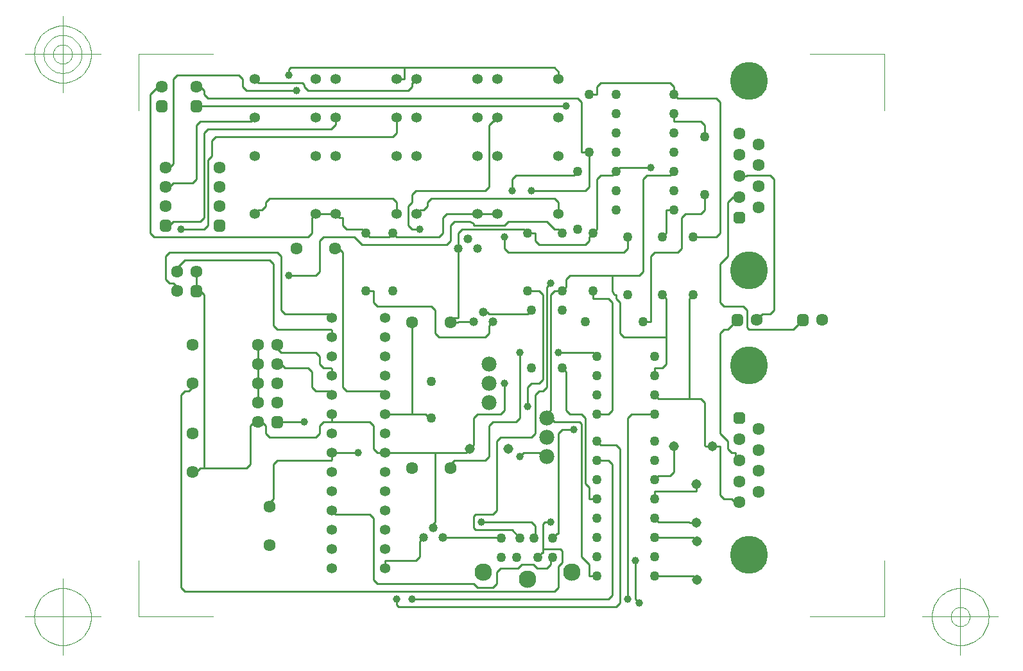
<source format=gbr>
G04 Generated by Ultiboard *
%FSLAX25Y25*%
%MOIN*%

%ADD14C,0.01000*%
%ADD13C,0.00394*%
%ADD15C,0.03937*%
%ADD23C,0.05000*%
%ADD26C,0.05337*%
%ADD19C,0.07834*%
%ADD16C,0.04943*%
%ADD17C,0.09055*%
%ADD18C,0.06334*%
%ADD24R,0.02083X0.02083*%
%ADD25C,0.03917*%
%ADD27C,0.04666*%
%ADD28C,0.05166*%
%ADD20C,0.19666*%
%ADD21R,0.02667X0.02667*%
%ADD22C,0.03333*%


%LNCopper Top*%
%LPD*%
%FSLAX25Y25*%
%MOIN*%
G54D14*
X260000Y122000D02*
X68000Y122000D01*
X260000Y326000D02*
X196000Y326000D01*
X251307Y139906D02*
X253402Y142000D01*
X253402Y142000D02*
X254000Y142000D01*
X254000Y192000D02*
X252000Y194000D01*
X252000Y194000D02*
X244000Y194000D01*
X270000Y338000D02*
X240000Y338000D01*
X292000Y114000D02*
X179000Y114000D01*
X276000Y302000D02*
X252000Y302000D01*
X252000Y302000D02*
X250000Y304000D01*
X246000Y278000D02*
X252000Y278000D01*
X252000Y278000D02*
X254000Y276000D01*
X254000Y232000D02*
X252000Y230000D01*
X252000Y230000D02*
X248000Y230000D01*
X288000Y118000D02*
X186000Y118000D01*
X272000Y378000D02*
X80000Y378000D01*
X256000Y314000D02*
X236000Y314000D01*
X296000Y298000D02*
X236000Y298000D01*
X276000Y330000D02*
X248000Y330000D01*
X250000Y224000D02*
X252000Y226000D01*
X252000Y226000D02*
X254000Y226000D01*
X260000Y394000D02*
X182000Y394000D01*
X256000Y134000D02*
X251000Y134000D01*
X251000Y134000D02*
X249000Y136000D01*
X266000Y374000D02*
X74000Y374000D01*
X78000Y186000D02*
X78000Y276000D01*
X150000Y228000D02*
X150000Y298000D01*
X186000Y261953D02*
X186000Y214000D01*
X136000Y246000D02*
X118000Y246000D01*
X130000Y210000D02*
X116000Y210000D01*
X132000Y238000D02*
X120000Y238000D01*
X144000Y190000D02*
X116000Y190000D01*
X136000Y202000D02*
X112000Y202000D01*
X66000Y124000D02*
X66000Y224000D01*
X68000Y122000D02*
X66000Y124000D01*
X116000Y190000D02*
X114000Y188000D01*
X114000Y188000D02*
X114000Y170000D01*
X102000Y208000D02*
X102000Y188000D01*
X102000Y188000D02*
X100000Y186000D01*
X100000Y186000D02*
X76000Y186000D01*
X76000Y186000D02*
X74000Y184000D01*
X74000Y184000D02*
X72000Y184000D01*
X114000Y170000D02*
X112000Y168000D01*
X112000Y168000D02*
X112000Y166000D01*
X66000Y224000D02*
X68000Y226000D01*
X68000Y226000D02*
X70000Y226000D01*
X70000Y226000D02*
X72000Y228000D01*
X72000Y228000D02*
X72000Y230000D01*
X106000Y230000D02*
X106000Y220000D01*
X112000Y202000D02*
X110000Y204000D01*
X110000Y204000D02*
X110000Y208000D01*
X110000Y208000D02*
X108000Y210000D01*
X108000Y210000D02*
X106000Y210000D01*
X106000Y210000D02*
X104000Y210000D01*
X104000Y210000D02*
X102000Y208000D01*
X106000Y240000D02*
X106000Y230000D01*
X106000Y250000D02*
X106000Y240000D01*
X118000Y246000D02*
X116000Y248000D01*
X116000Y248000D02*
X116000Y250000D01*
X120000Y238000D02*
X118000Y240000D01*
X118000Y240000D02*
X116000Y240000D01*
X230000Y132000D02*
X230000Y126000D01*
X230000Y126000D02*
X228000Y124000D01*
X220000Y124000D02*
X218000Y126000D01*
X218000Y126000D02*
X168000Y126000D01*
X168000Y126000D02*
X166000Y128000D01*
X179000Y114000D02*
X178000Y115000D01*
X178000Y115000D02*
X178000Y118000D01*
X228000Y124000D02*
X220000Y124000D01*
X192000Y150000D02*
X190000Y148000D01*
X190000Y148000D02*
X190000Y140000D01*
X190000Y140000D02*
X188000Y138000D01*
X188000Y138000D02*
X172000Y138000D01*
X198000Y194000D02*
X172000Y194000D01*
X193000Y214000D02*
X172000Y214000D01*
X144441Y194000D02*
X144441Y190441D01*
X144441Y190441D02*
X144000Y190000D01*
X164000Y162000D02*
X146000Y162000D01*
X146000Y162000D02*
X146000Y162441D01*
X146000Y162441D02*
X144441Y164000D01*
X166000Y128000D02*
X166000Y160000D01*
X172000Y138000D02*
X172000Y134000D01*
X166000Y160000D02*
X164000Y162000D01*
X158000Y194000D02*
X144441Y194000D01*
X164000Y210000D02*
X144441Y210000D01*
X170000Y226000D02*
X152000Y226000D01*
X144000Y210000D02*
X140000Y210000D01*
X138000Y208000D02*
X138000Y204000D01*
X138000Y204000D02*
X136000Y202000D01*
X140000Y210000D02*
X138000Y208000D01*
X144441Y214000D02*
X144441Y210441D01*
X144441Y210441D02*
X144000Y210000D01*
X144441Y210000D02*
X144441Y214000D01*
X144000Y238000D02*
X140000Y238000D01*
X144441Y224000D02*
X142441Y226000D01*
X142441Y226000D02*
X136000Y226000D01*
X134000Y228000D02*
X134000Y236000D01*
X134000Y236000D02*
X132000Y238000D01*
X136000Y226000D02*
X134000Y228000D01*
X140000Y238000D02*
X138000Y240000D01*
X138000Y240000D02*
X138000Y244000D01*
X138000Y244000D02*
X136000Y246000D01*
X144441Y234000D02*
X144441Y237559D01*
X144441Y237559D02*
X144000Y238000D01*
X152000Y226000D02*
X150000Y228000D01*
X172000Y194000D02*
X168000Y194000D01*
X166000Y196000D02*
X166000Y208000D01*
X168000Y194000D02*
X166000Y196000D01*
X166000Y208000D02*
X164000Y210000D01*
X172000Y224000D02*
X170000Y226000D01*
X198000Y194000D02*
X198000Y158000D01*
X226000Y192000D02*
X224000Y190000D01*
X224000Y190000D02*
X208000Y190000D01*
X208000Y190000D02*
X206000Y188000D01*
X206000Y188000D02*
X206000Y186000D01*
X230000Y164000D02*
X230000Y200000D01*
X230000Y150000D02*
X202000Y150000D01*
X238000Y154000D02*
X219000Y154000D01*
X219000Y154000D02*
X218000Y155000D01*
X218000Y161000D02*
X219000Y162000D01*
X219000Y162000D02*
X228000Y162000D01*
X198000Y158000D02*
X197000Y157000D01*
X197000Y157000D02*
X197000Y155000D01*
X218000Y155000D02*
X218000Y161000D01*
X250000Y152000D02*
X250000Y156000D01*
X250000Y156000D02*
X248000Y158000D01*
X248000Y158000D02*
X222000Y158000D01*
X241000Y134000D02*
X232000Y134000D01*
X232000Y134000D02*
X230000Y132000D01*
X232409Y149748D02*
X230252Y149748D01*
X230252Y149748D02*
X230000Y150000D01*
X249000Y136000D02*
X243000Y136000D01*
X243000Y136000D02*
X241000Y134000D01*
X249339Y149748D02*
X249339Y151339D01*
X249339Y151339D02*
X250000Y152000D01*
X242252Y149748D02*
X238000Y154000D01*
X228000Y162000D02*
X230000Y164000D01*
X232000Y214000D02*
X220000Y214000D01*
X220000Y214000D02*
X218000Y212000D01*
X214000Y194000D02*
X198000Y194000D01*
X196000Y212000D02*
X194000Y213000D01*
X194000Y213000D02*
X193000Y214000D01*
X218000Y212000D02*
X218000Y198000D01*
X216000Y196000D02*
X214000Y194000D01*
X218000Y198000D02*
X216000Y196000D01*
X242000Y246000D02*
X242000Y212000D01*
X234000Y230000D02*
X234000Y216000D01*
X246000Y228000D02*
X246000Y218000D01*
X250000Y204000D02*
X250000Y224000D01*
X240000Y210000D02*
X228000Y210000D01*
X232000Y202000D02*
X248000Y202000D01*
X226000Y208000D02*
X226000Y192000D01*
X230000Y200000D02*
X232000Y202000D01*
X228000Y210000D02*
X226000Y208000D01*
X234000Y216000D02*
X232000Y214000D01*
X248000Y202000D02*
X250000Y204000D01*
X244000Y194000D02*
X242000Y192000D01*
X242000Y212000D02*
X240000Y210000D01*
X248000Y230000D02*
X246000Y228000D01*
X126000Y382000D02*
X100000Y382000D01*
X132000Y306000D02*
X52000Y306000D01*
X176000Y358000D02*
X84000Y358000D01*
X144000Y258000D02*
X116000Y258000D01*
X176000Y326000D02*
X112000Y326000D01*
X129000Y386000D02*
X106567Y386000D01*
X182000Y394000D02*
X123000Y394000D01*
X144000Y362000D02*
X80000Y362000D01*
X136000Y286000D02*
X122000Y286000D01*
X142441Y266000D02*
X120000Y266000D01*
X62000Y388000D02*
X62000Y344000D01*
X50000Y308000D02*
X50000Y380000D01*
X80000Y378000D02*
X78000Y380000D01*
X62000Y344000D02*
X60000Y342000D01*
X72000Y334000D02*
X62000Y334000D01*
X62000Y334000D02*
X60000Y332000D01*
X68000Y294000D02*
X64000Y290000D01*
X64000Y290000D02*
X64000Y288000D01*
X76000Y314000D02*
X62000Y314000D01*
X62000Y314000D02*
X60000Y312000D01*
X116000Y298000D02*
X60000Y298000D01*
X60000Y282000D02*
X62000Y282000D01*
X62000Y282000D02*
X64000Y280000D01*
X64000Y280000D02*
X64000Y278000D01*
X58000Y296000D02*
X58000Y284000D01*
X58000Y284000D02*
X60000Y282000D01*
X60000Y298000D02*
X58000Y296000D01*
X52000Y306000D02*
X50000Y308000D01*
X60000Y312000D02*
X58000Y312000D01*
X60000Y332000D02*
X58000Y332000D01*
X60000Y342000D02*
X58000Y342000D01*
X80000Y346000D02*
X80000Y312000D01*
X78000Y360000D02*
X78000Y316000D01*
X78000Y316000D02*
X76000Y314000D01*
X112000Y294000D02*
X68000Y294000D01*
X74000Y288000D02*
X74000Y278000D01*
X78000Y276000D02*
X76000Y278000D01*
X76000Y278000D02*
X74000Y278000D01*
X80000Y312000D02*
X78000Y310000D01*
X78000Y310000D02*
X66000Y310000D01*
X114000Y260000D02*
X114000Y292000D01*
X118000Y268000D02*
X118000Y296000D01*
X120000Y266000D02*
X118000Y268000D01*
X116000Y258000D02*
X114000Y260000D01*
X118000Y296000D02*
X116000Y298000D01*
X114000Y292000D02*
X112000Y294000D01*
X102567Y366000D02*
X76000Y366000D01*
X74000Y364000D02*
X74000Y336000D01*
X82000Y348000D02*
X80000Y346000D01*
X74000Y336000D02*
X72000Y334000D01*
X80000Y362000D02*
X78000Y360000D01*
X76000Y366000D02*
X74000Y364000D01*
X84000Y358000D02*
X82000Y356000D01*
X82000Y356000D02*
X82000Y348000D01*
X112000Y326000D02*
X110000Y324000D01*
X110000Y324000D02*
X110000Y322000D01*
X110000Y322000D02*
X108000Y320000D01*
X108000Y320000D02*
X106567Y320000D01*
X106567Y320000D02*
X104567Y318000D01*
X104567Y368000D02*
X102567Y366000D01*
X96000Y390000D02*
X64000Y390000D01*
X64000Y390000D02*
X62000Y388000D01*
X50000Y380000D02*
X54000Y384000D01*
X54000Y384000D02*
X56000Y384000D01*
X78000Y380000D02*
X78000Y382000D01*
X78000Y382000D02*
X76000Y384000D01*
X76000Y384000D02*
X74000Y384000D01*
X100000Y382000D02*
X98000Y384000D01*
X98000Y384000D02*
X98000Y388000D01*
X98000Y388000D02*
X96000Y390000D01*
X106567Y386000D02*
X104567Y388000D01*
X123000Y394000D02*
X122000Y393000D01*
X122000Y393000D02*
X122000Y390000D01*
X190000Y310000D02*
X186000Y310000D01*
X186000Y328000D02*
X188000Y330000D01*
X188000Y330000D02*
X224000Y330000D01*
X190567Y320000D02*
X188567Y318000D01*
X200000Y306000D02*
X178000Y306000D01*
X196000Y270000D02*
X168000Y270000D01*
X204000Y302000D02*
X160000Y302000D01*
X184000Y312000D02*
X184000Y322000D01*
X136063Y318000D02*
X134063Y316000D01*
X134063Y316000D02*
X134000Y316000D01*
X134000Y316000D02*
X134000Y308000D01*
X150000Y312000D02*
X150000Y316000D01*
X150000Y316000D02*
X148567Y316000D01*
X148567Y316000D02*
X146567Y318000D01*
X160000Y310000D02*
X152000Y310000D01*
X160000Y302000D02*
X156000Y306000D01*
X156000Y306000D02*
X140000Y306000D01*
X144441Y264000D02*
X142441Y266000D01*
X144441Y254000D02*
X144441Y257559D01*
X144441Y257559D02*
X144000Y258000D01*
X138000Y304000D02*
X138000Y288000D01*
X138000Y288000D02*
X136000Y286000D01*
X134000Y308000D02*
X132000Y306000D01*
X140000Y306000D02*
X138000Y304000D01*
X150000Y298000D02*
X148000Y300000D01*
X148000Y300000D02*
X146000Y300000D01*
X152000Y310000D02*
X150000Y312000D01*
X168000Y270000D02*
X166000Y272000D01*
X166000Y272000D02*
X166000Y278000D01*
X166000Y278000D02*
X162000Y278000D01*
X186004Y261953D02*
X186000Y261953D01*
X176000Y308000D02*
X174000Y306000D01*
X174000Y306000D02*
X164000Y306000D01*
X164000Y306000D02*
X162000Y308000D01*
X162000Y308000D02*
X160000Y310000D01*
X186000Y310000D02*
X184000Y312000D01*
X178000Y306000D02*
X176000Y308000D01*
X146567Y318000D02*
X136063Y318000D01*
X146567Y364567D02*
X144000Y362000D01*
X146567Y368000D02*
X146567Y364567D01*
X184000Y322000D02*
X186000Y324000D01*
X186000Y324000D02*
X186000Y328000D01*
X178063Y318000D02*
X178063Y321937D01*
X178063Y321937D02*
X178000Y322000D01*
X178000Y322000D02*
X178000Y324000D01*
X178000Y324000D02*
X176000Y326000D01*
X178000Y364000D02*
X178000Y360000D01*
X178000Y360000D02*
X176000Y358000D01*
X178063Y368000D02*
X178063Y364063D01*
X178063Y364063D02*
X178000Y364000D01*
X204000Y318000D02*
X202000Y316000D01*
X202000Y316000D02*
X202000Y308000D01*
X236000Y314000D02*
X234000Y312000D01*
X218000Y313000D02*
X216000Y314000D01*
X216000Y314000D02*
X208000Y314000D01*
X208000Y314000D02*
X206000Y312000D01*
X224000Y254000D02*
X200000Y254000D01*
X244000Y310000D02*
X212000Y310000D01*
X234000Y312000D02*
X219000Y312000D01*
X219000Y312000D02*
X218000Y312000D01*
X210000Y264000D02*
X210000Y300000D01*
X206004Y261953D02*
X208051Y264000D01*
X209953Y261953D02*
X206004Y261953D01*
X198000Y256000D02*
X198000Y268000D01*
X198000Y268000D02*
X196000Y270000D01*
X200000Y254000D02*
X198000Y256000D01*
X208051Y264000D02*
X210000Y264000D01*
X218000Y262000D02*
X210000Y262000D01*
X210000Y262000D02*
X209953Y261953D01*
X206000Y312000D02*
X206000Y304000D01*
X206000Y304000D02*
X204000Y302000D01*
X202000Y308000D02*
X200000Y306000D01*
X210000Y308000D02*
X210000Y300000D01*
X212000Y310000D02*
X210000Y308000D01*
X218000Y312000D02*
X218000Y313000D01*
X246000Y266000D02*
X226000Y266000D01*
X226000Y266000D02*
X225000Y267000D01*
X225000Y267000D02*
X223000Y267000D01*
X228000Y262000D02*
X226000Y260000D01*
X226000Y260000D02*
X226000Y256000D01*
X226000Y256000D02*
X224000Y254000D01*
X248000Y268000D02*
X246000Y266000D01*
X236000Y298000D02*
X234000Y300000D01*
X234000Y300000D02*
X234000Y306000D01*
X250000Y304000D02*
X250000Y308000D01*
X250000Y308000D02*
X246000Y308000D01*
X246000Y308000D02*
X244000Y310000D01*
X220063Y318000D02*
X204000Y318000D01*
X230567Y318000D02*
X220063Y318000D01*
X196000Y326000D02*
X194000Y324000D01*
X194000Y324000D02*
X194000Y322000D01*
X194000Y322000D02*
X192000Y320000D01*
X192000Y320000D02*
X190567Y320000D01*
X226000Y332000D02*
X226000Y364000D01*
X224000Y330000D02*
X226000Y332000D01*
X238000Y336000D02*
X238000Y330000D01*
X240000Y338000D02*
X238000Y336000D01*
X226000Y364000D02*
X228000Y366000D01*
X228000Y366000D02*
X228567Y366000D01*
X228567Y366000D02*
X230567Y368000D01*
X188567Y388000D02*
X186567Y386000D01*
X184000Y382000D02*
X132000Y382000D01*
X132000Y382000D02*
X130000Y384000D01*
X130000Y384000D02*
X130000Y385000D01*
X130000Y385000D02*
X129000Y386000D01*
X182000Y394000D02*
X182000Y388000D01*
X186567Y386000D02*
X186000Y386000D01*
X186000Y386000D02*
X186000Y384000D01*
X186000Y384000D02*
X184000Y382000D01*
X182000Y388000D02*
X178063Y388000D01*
X290000Y216000D02*
X290000Y272000D01*
X330000Y274000D02*
X330000Y222000D01*
X258000Y276000D02*
X258000Y216000D01*
X318000Y274000D02*
X318000Y240000D01*
X254000Y276000D02*
X254000Y232000D01*
X256000Y228000D02*
X256000Y280000D01*
X346000Y204000D02*
X346000Y256000D01*
X262000Y135000D02*
X262000Y124000D01*
X298000Y212000D02*
X298000Y118000D01*
X294000Y196000D02*
X294000Y116000D01*
X302000Y138000D02*
X302000Y118000D01*
X290000Y188000D02*
X290000Y120000D01*
X262000Y124000D02*
X260000Y122000D01*
X294000Y116000D02*
X292000Y114000D01*
X290000Y120000D02*
X288000Y118000D01*
X302000Y118000D02*
X304000Y116000D01*
X332000Y130000D02*
X312000Y130000D01*
X336000Y222000D02*
X314000Y222000D01*
X314000Y222000D02*
X312000Y224000D01*
X318000Y240000D02*
X316000Y238000D01*
X316000Y238000D02*
X312000Y238000D01*
X330000Y158000D02*
X314000Y158000D01*
X314000Y158000D02*
X312000Y160000D01*
X320000Y182000D02*
X314000Y182000D01*
X314000Y182000D02*
X312000Y180000D01*
X332000Y150000D02*
X312000Y150000D01*
X333803Y174000D02*
X312000Y174000D01*
X274000Y140000D02*
X274000Y209000D01*
X276000Y178000D02*
X276000Y212000D01*
X282000Y190000D02*
X288000Y190000D01*
X288000Y190000D02*
X290000Y188000D01*
X262000Y204000D02*
X262000Y152000D01*
X282000Y130000D02*
X278000Y130000D01*
X282000Y170000D02*
X278000Y170000D01*
X254000Y142000D02*
X254000Y157000D01*
X254000Y157000D02*
X255000Y158000D01*
X255000Y158000D02*
X258000Y158000D01*
X263000Y144000D02*
X264000Y143000D01*
X264000Y143000D02*
X264000Y137000D01*
X264000Y137000D02*
X262000Y135000D01*
X259181Y139906D02*
X258000Y138724D01*
X258000Y138724D02*
X258000Y136000D01*
X258000Y136000D02*
X256000Y134000D01*
X254000Y144000D02*
X263000Y144000D01*
X262000Y152000D02*
X261433Y152000D01*
X261433Y152000D02*
X259181Y149748D01*
X278000Y130000D02*
X278000Y136000D01*
X278000Y136000D02*
X274000Y140000D01*
X278000Y170000D02*
X278000Y176000D01*
X278000Y176000D02*
X276000Y178000D01*
X312000Y174000D02*
X312000Y170000D01*
X282000Y214000D02*
X288000Y214000D01*
X282000Y200000D02*
X284000Y198000D01*
X284000Y198000D02*
X292000Y198000D01*
X282000Y244000D02*
X280000Y246000D01*
X266000Y216000D02*
X266000Y236000D01*
X273000Y210000D02*
X260000Y210000D01*
X274000Y214000D02*
X268000Y214000D01*
X268000Y214000D02*
X266000Y216000D01*
X270000Y206000D02*
X264000Y206000D01*
X264000Y206000D02*
X262000Y204000D01*
X256000Y192000D02*
X254000Y192000D01*
X258000Y216000D02*
X256000Y214000D01*
X256000Y214000D02*
X256000Y212000D01*
X260000Y210000D02*
X258000Y212000D01*
X258000Y212000D02*
X256000Y212000D01*
X274000Y209000D02*
X273000Y210000D01*
X276000Y212000D02*
X274000Y214000D01*
X280000Y246000D02*
X262000Y246000D01*
X266000Y236000D02*
X264000Y238000D01*
X254000Y226000D02*
X256000Y228000D01*
X312000Y214000D02*
X300000Y214000D01*
X300000Y214000D02*
X298000Y212000D01*
X292000Y198000D02*
X294000Y196000D01*
X288000Y214000D02*
X290000Y216000D01*
X312000Y238000D02*
X312000Y234000D01*
X346000Y172000D02*
X346000Y197606D01*
X322000Y197606D02*
X322000Y184000D01*
X356000Y190167D02*
X354000Y192167D01*
X348000Y170000D02*
X346000Y172000D01*
X333803Y157803D02*
X330197Y157803D01*
X330197Y157803D02*
X330000Y158000D01*
X334000Y128000D02*
X332000Y130000D01*
X334000Y148000D02*
X332000Y150000D01*
X322000Y184000D02*
X320000Y182000D01*
X333803Y177803D02*
X333803Y174000D01*
X356000Y168333D02*
X353667Y168333D01*
X353667Y168333D02*
X352000Y170000D01*
X352000Y170000D02*
X348000Y170000D01*
X346000Y197606D02*
X342000Y197606D01*
X350000Y200000D02*
X346000Y204000D01*
X338000Y198000D02*
X338000Y220000D01*
X338000Y220000D02*
X336000Y222000D01*
X342000Y197606D02*
X338394Y197606D01*
X338394Y197606D02*
X338000Y198000D01*
X354000Y192167D02*
X354000Y194000D01*
X354000Y194000D02*
X352000Y194000D01*
X352000Y194000D02*
X350000Y196000D01*
X350000Y196000D02*
X350000Y200000D01*
X384000Y258000D02*
X361000Y258000D01*
X346000Y376000D02*
X344000Y378000D01*
X344000Y378000D02*
X324000Y378000D01*
X324000Y378000D02*
X322000Y380000D01*
X274000Y376000D02*
X272000Y378000D01*
X324000Y298000D02*
X312000Y298000D01*
X316000Y276000D02*
X318000Y274000D01*
X318000Y254000D02*
X296000Y254000D01*
X320000Y338000D02*
X308000Y338000D01*
X318000Y308000D02*
X316000Y306000D01*
X282000Y336000D02*
X282000Y310000D01*
X306000Y336000D02*
X306000Y288000D01*
X260000Y310000D02*
X256000Y314000D01*
X288000Y274000D02*
X280000Y274000D01*
X282000Y310000D02*
X280000Y308000D01*
X290000Y286000D02*
X268000Y286000D01*
X268000Y286000D02*
X266000Y284000D01*
X266000Y284000D02*
X266000Y280000D01*
X256000Y280000D02*
X258000Y282000D01*
X264000Y278000D02*
X260000Y278000D01*
X260000Y278000D02*
X258000Y276000D01*
X266000Y280000D02*
X264000Y278000D01*
X280000Y274000D02*
X280000Y278000D01*
X264000Y308000D02*
X262000Y310000D01*
X262000Y310000D02*
X260000Y310000D01*
X280000Y308000D02*
X278000Y306000D01*
X278000Y306000D02*
X278000Y304000D01*
X278000Y304000D02*
X276000Y302000D01*
X310000Y296000D02*
X310000Y262000D01*
X290000Y278000D02*
X290000Y286000D01*
X294000Y256000D02*
X294000Y272000D01*
X296000Y254000D02*
X294000Y256000D01*
X290000Y272000D02*
X288000Y274000D01*
X294000Y272000D02*
X292000Y274000D01*
X292000Y274000D02*
X292000Y275000D01*
X292000Y275000D02*
X292000Y276000D01*
X292000Y276000D02*
X291000Y276000D01*
X291000Y276000D02*
X290000Y278000D01*
X310000Y262000D02*
X306000Y262000D01*
X304000Y286000D02*
X290000Y286000D01*
X298000Y306000D02*
X298000Y300000D01*
X298000Y300000D02*
X296000Y298000D01*
X312000Y298000D02*
X310000Y296000D01*
X306000Y288000D02*
X304000Y286000D01*
X290000Y338000D02*
X284000Y338000D01*
X284000Y338000D02*
X282000Y336000D01*
X278000Y350000D02*
X278000Y332000D01*
X262063Y318000D02*
X262063Y321937D01*
X262063Y321937D02*
X262000Y322000D01*
X262000Y322000D02*
X262000Y324000D01*
X262000Y324000D02*
X260000Y326000D01*
X278000Y332000D02*
X276000Y330000D01*
X272000Y340000D02*
X270000Y338000D01*
X274000Y350000D02*
X274000Y376000D01*
X278000Y350000D02*
X274000Y350000D01*
X310000Y342000D02*
X294000Y342000D01*
X292000Y340000D02*
X290000Y338000D01*
X294000Y342000D02*
X292000Y340000D01*
X308000Y338000D02*
X306000Y336000D01*
X328000Y318000D02*
X326000Y316000D01*
X326000Y316000D02*
X326000Y300000D01*
X374000Y268000D02*
X374000Y336000D01*
X350000Y296000D02*
X350000Y324000D01*
X346000Y308000D02*
X346000Y376000D01*
X318000Y320000D02*
X318000Y308000D01*
X348000Y270000D02*
X346000Y272000D01*
X346000Y272000D02*
X346000Y292000D01*
X346000Y292000D02*
X350000Y296000D01*
X344000Y306000D02*
X346000Y308000D01*
X346000Y256000D02*
X348000Y258000D01*
X332000Y276000D02*
X330000Y274000D01*
X332000Y306000D02*
X344000Y306000D01*
X326000Y300000D02*
X324000Y298000D01*
X361000Y258000D02*
X360000Y259000D01*
X360000Y259000D02*
X360000Y268000D01*
X360000Y268000D02*
X358000Y270000D01*
X348000Y258000D02*
X350000Y258000D01*
X350000Y258000D02*
X352000Y260000D01*
X352000Y260000D02*
X355000Y263000D01*
X358000Y270000D02*
X348000Y270000D01*
X372000Y266000D02*
X374000Y268000D01*
X365000Y263000D02*
X368000Y266000D01*
X368000Y266000D02*
X372000Y266000D01*
X336000Y318000D02*
X328000Y318000D01*
X322000Y320000D02*
X318000Y320000D01*
X322000Y340000D02*
X320000Y338000D01*
X338000Y328000D02*
X338000Y320000D01*
X338000Y320000D02*
X336000Y318000D01*
X336000Y366000D02*
X322000Y366000D01*
X322000Y366000D02*
X322000Y370000D01*
X338000Y358000D02*
X338000Y364000D01*
X338000Y364000D02*
X336000Y366000D01*
X372000Y338000D02*
X360000Y338000D01*
X350000Y324000D02*
X352917Y326917D01*
X352917Y326917D02*
X356000Y326917D01*
X360000Y338000D02*
X359833Y337833D01*
X359833Y337833D02*
X356000Y337833D01*
X374000Y336000D02*
X372000Y338000D01*
X320000Y386000D02*
X284000Y386000D01*
X284000Y386000D02*
X282000Y384000D01*
X282000Y384000D02*
X282000Y380000D01*
X282000Y380000D02*
X278000Y380000D01*
X262063Y391937D02*
X260000Y394000D01*
X262063Y388000D02*
X262063Y391937D01*
X322000Y380000D02*
X322000Y384000D01*
X322000Y384000D02*
X320000Y386000D01*
X389000Y263000D02*
X386000Y260000D01*
X386000Y260000D02*
X384000Y258000D01*
G54D13*
X44000Y108994D02*
X44000Y138194D01*
X44000Y108994D02*
X82751Y108994D01*
X431507Y108994D02*
X392757Y108994D01*
X431507Y108994D02*
X431507Y138194D01*
X431507Y401000D02*
X431507Y371799D01*
X431507Y401000D02*
X392757Y401000D01*
X44000Y401000D02*
X82751Y401000D01*
X44000Y401000D02*
X44000Y371799D01*
X24315Y108994D02*
X-15055Y108994D01*
X4630Y89309D02*
X4630Y128679D01*
X19394Y108994D02*
X19323Y110441D01*
X19323Y110441D02*
X19110Y111874D01*
X19110Y111874D02*
X18758Y113279D01*
X18758Y113279D02*
X18270Y114644D01*
X18270Y114644D02*
X17650Y115953D01*
X17650Y115953D02*
X16906Y117196D01*
X16906Y117196D02*
X16042Y118360D01*
X16042Y118360D02*
X15069Y119433D01*
X15069Y119433D02*
X13996Y120406D01*
X13996Y120406D02*
X12832Y121269D01*
X12832Y121269D02*
X11590Y122014D01*
X11590Y122014D02*
X10280Y122634D01*
X10280Y122634D02*
X8916Y123122D01*
X8916Y123122D02*
X7510Y123474D01*
X7510Y123474D02*
X6077Y123686D01*
X6077Y123686D02*
X4630Y123757D01*
X4630Y123757D02*
X3183Y123686D01*
X3183Y123686D02*
X1750Y123474D01*
X1750Y123474D02*
X344Y123122D01*
X344Y123122D02*
X-1020Y122634D01*
X-1020Y122634D02*
X-2330Y122014D01*
X-2330Y122014D02*
X-3572Y121269D01*
X-3572Y121269D02*
X-4736Y120406D01*
X-4736Y120406D02*
X-5810Y119433D01*
X-5810Y119433D02*
X-6783Y118360D01*
X-6783Y118360D02*
X-7646Y117196D01*
X-7646Y117196D02*
X-8391Y115953D01*
X-8391Y115953D02*
X-9010Y114644D01*
X-9010Y114644D02*
X-9498Y113279D01*
X-9498Y113279D02*
X-9850Y111874D01*
X-9850Y111874D02*
X-10063Y110441D01*
X-10063Y110441D02*
X-10134Y108994D01*
X-10134Y108994D02*
X-10063Y107547D01*
X-10063Y107547D02*
X-9850Y106113D01*
X-9850Y106113D02*
X-9498Y104708D01*
X-9498Y104708D02*
X-9010Y103344D01*
X-9010Y103344D02*
X-8391Y102034D01*
X-8391Y102034D02*
X-7646Y100791D01*
X-7646Y100791D02*
X-6783Y99628D01*
X-6783Y99628D02*
X-5810Y98554D01*
X-5810Y98554D02*
X-4736Y97581D01*
X-4736Y97581D02*
X-3572Y96718D01*
X-3572Y96718D02*
X-2330Y95973D01*
X-2330Y95973D02*
X-1020Y95354D01*
X-1020Y95354D02*
X344Y94866D01*
X344Y94866D02*
X1750Y94514D01*
X1750Y94514D02*
X3183Y94301D01*
X3183Y94301D02*
X4630Y94230D01*
X4630Y94230D02*
X6077Y94301D01*
X6077Y94301D02*
X7510Y94514D01*
X7510Y94514D02*
X8916Y94866D01*
X8916Y94866D02*
X10280Y95354D01*
X10280Y95354D02*
X11590Y95973D01*
X11590Y95973D02*
X12832Y96718D01*
X12832Y96718D02*
X13996Y97581D01*
X13996Y97581D02*
X15069Y98554D01*
X15069Y98554D02*
X16042Y99628D01*
X16042Y99628D02*
X16906Y100791D01*
X16906Y100791D02*
X17650Y102034D01*
X17650Y102034D02*
X18270Y103344D01*
X18270Y103344D02*
X18758Y104708D01*
X18758Y104708D02*
X19110Y106113D01*
X19110Y106113D02*
X19323Y107547D01*
X19323Y107547D02*
X19394Y108994D01*
X451193Y108994D02*
X490563Y108994D01*
X470878Y89309D02*
X470878Y128679D01*
X485641Y108994D02*
X485570Y110441D01*
X485570Y110441D02*
X485358Y111874D01*
X485358Y111874D02*
X485006Y113279D01*
X485006Y113279D02*
X484518Y114644D01*
X484518Y114644D02*
X483898Y115953D01*
X483898Y115953D02*
X483153Y117196D01*
X483153Y117196D02*
X482290Y118360D01*
X482290Y118360D02*
X481317Y119433D01*
X481317Y119433D02*
X480244Y120406D01*
X480244Y120406D02*
X479080Y121269D01*
X479080Y121269D02*
X477837Y122014D01*
X477837Y122014D02*
X476527Y122634D01*
X476527Y122634D02*
X475163Y123122D01*
X475163Y123122D02*
X473758Y123474D01*
X473758Y123474D02*
X472325Y123686D01*
X472325Y123686D02*
X470878Y123757D01*
X470878Y123757D02*
X469430Y123686D01*
X469430Y123686D02*
X467997Y123474D01*
X467997Y123474D02*
X466592Y123122D01*
X466592Y123122D02*
X465228Y122634D01*
X465228Y122634D02*
X463918Y122014D01*
X463918Y122014D02*
X462675Y121269D01*
X462675Y121269D02*
X461512Y120406D01*
X461512Y120406D02*
X460438Y119433D01*
X460438Y119433D02*
X459465Y118360D01*
X459465Y118360D02*
X458602Y117196D01*
X458602Y117196D02*
X457857Y115953D01*
X457857Y115953D02*
X457238Y114644D01*
X457238Y114644D02*
X456750Y113279D01*
X456750Y113279D02*
X456397Y111874D01*
X456397Y111874D02*
X456185Y110441D01*
X456185Y110441D02*
X456114Y108994D01*
X456114Y108994D02*
X456185Y107547D01*
X456185Y107547D02*
X456397Y106113D01*
X456397Y106113D02*
X456750Y104708D01*
X456750Y104708D02*
X457238Y103344D01*
X457238Y103344D02*
X457857Y102034D01*
X457857Y102034D02*
X458602Y100791D01*
X458602Y100791D02*
X459465Y99628D01*
X459465Y99628D02*
X460438Y98554D01*
X460438Y98554D02*
X461512Y97581D01*
X461512Y97581D02*
X462675Y96718D01*
X462675Y96718D02*
X463918Y95973D01*
X463918Y95973D02*
X465228Y95354D01*
X465228Y95354D02*
X466592Y94866D01*
X466592Y94866D02*
X467997Y94514D01*
X467997Y94514D02*
X469430Y94301D01*
X469430Y94301D02*
X470878Y94230D01*
X470878Y94230D02*
X472325Y94301D01*
X472325Y94301D02*
X473758Y94514D01*
X473758Y94514D02*
X475163Y94866D01*
X475163Y94866D02*
X476527Y95354D01*
X476527Y95354D02*
X477837Y95973D01*
X477837Y95973D02*
X479080Y96718D01*
X479080Y96718D02*
X480244Y97581D01*
X480244Y97581D02*
X481317Y98554D01*
X481317Y98554D02*
X482290Y99628D01*
X482290Y99628D02*
X483153Y100791D01*
X483153Y100791D02*
X483898Y102034D01*
X483898Y102034D02*
X484518Y103344D01*
X484518Y103344D02*
X485006Y104708D01*
X485006Y104708D02*
X485358Y106113D01*
X485358Y106113D02*
X485570Y107547D01*
X485570Y107547D02*
X485641Y108994D01*
X475799Y108994D02*
X475775Y109476D01*
X475775Y109476D02*
X475704Y109954D01*
X475704Y109954D02*
X475587Y110422D01*
X475587Y110422D02*
X475424Y110877D01*
X475424Y110877D02*
X475218Y111314D01*
X475218Y111314D02*
X474969Y111728D01*
X474969Y111728D02*
X474682Y112116D01*
X474682Y112116D02*
X474357Y112474D01*
X474357Y112474D02*
X474000Y112798D01*
X474000Y112798D02*
X473612Y113086D01*
X473612Y113086D02*
X473197Y113334D01*
X473197Y113334D02*
X472761Y113540D01*
X472761Y113540D02*
X472306Y113703D01*
X472306Y113703D02*
X471838Y113820D01*
X471838Y113820D02*
X471360Y113891D01*
X471360Y113891D02*
X470878Y113915D01*
X470878Y113915D02*
X470395Y113891D01*
X470395Y113891D02*
X469917Y113820D01*
X469917Y113820D02*
X469449Y113703D01*
X469449Y113703D02*
X468994Y113540D01*
X468994Y113540D02*
X468558Y113334D01*
X468558Y113334D02*
X468143Y113086D01*
X468143Y113086D02*
X467756Y112798D01*
X467756Y112798D02*
X467398Y112474D01*
X467398Y112474D02*
X467073Y112116D01*
X467073Y112116D02*
X466786Y111728D01*
X466786Y111728D02*
X466537Y111314D01*
X466537Y111314D02*
X466331Y110877D01*
X466331Y110877D02*
X466168Y110422D01*
X466168Y110422D02*
X466051Y109954D01*
X466051Y109954D02*
X465980Y109476D01*
X465980Y109476D02*
X465956Y108994D01*
X465956Y108994D02*
X465980Y108511D01*
X465980Y108511D02*
X466051Y108034D01*
X466051Y108034D02*
X466168Y107565D01*
X466168Y107565D02*
X466331Y107110D01*
X466331Y107110D02*
X466537Y106674D01*
X466537Y106674D02*
X466786Y106260D01*
X466786Y106260D02*
X467073Y105872D01*
X467073Y105872D02*
X467398Y105514D01*
X467398Y105514D02*
X467756Y105190D01*
X467756Y105190D02*
X468143Y104902D01*
X468143Y104902D02*
X468558Y104654D01*
X468558Y104654D02*
X468994Y104447D01*
X468994Y104447D02*
X469449Y104284D01*
X469449Y104284D02*
X469917Y104167D01*
X469917Y104167D02*
X470395Y104096D01*
X470395Y104096D02*
X470878Y104072D01*
X470878Y104072D02*
X471360Y104096D01*
X471360Y104096D02*
X471838Y104167D01*
X471838Y104167D02*
X472306Y104284D01*
X472306Y104284D02*
X472761Y104447D01*
X472761Y104447D02*
X473197Y104654D01*
X473197Y104654D02*
X473612Y104902D01*
X473612Y104902D02*
X474000Y105190D01*
X474000Y105190D02*
X474357Y105514D01*
X474357Y105514D02*
X474682Y105872D01*
X474682Y105872D02*
X474969Y106260D01*
X474969Y106260D02*
X475218Y106674D01*
X475218Y106674D02*
X475424Y107110D01*
X475424Y107110D02*
X475587Y107565D01*
X475587Y107565D02*
X475704Y108034D01*
X475704Y108034D02*
X475775Y108511D01*
X475775Y108511D02*
X475799Y108994D01*
X24315Y401000D02*
X-15055Y401000D01*
X4630Y381315D02*
X4630Y420685D01*
X19394Y401000D02*
X19323Y402447D01*
X19323Y402447D02*
X19110Y403880D01*
X19110Y403880D02*
X18758Y405286D01*
X18758Y405286D02*
X18270Y406650D01*
X18270Y406650D02*
X17650Y407960D01*
X17650Y407960D02*
X16906Y409202D01*
X16906Y409202D02*
X16042Y410366D01*
X16042Y410366D02*
X15069Y411440D01*
X15069Y411440D02*
X13996Y412413D01*
X13996Y412413D02*
X12832Y413276D01*
X12832Y413276D02*
X11590Y414020D01*
X11590Y414020D02*
X10280Y414640D01*
X10280Y414640D02*
X8916Y415128D01*
X8916Y415128D02*
X7510Y415480D01*
X7510Y415480D02*
X6077Y415693D01*
X6077Y415693D02*
X4630Y415764D01*
X4630Y415764D02*
X3183Y415693D01*
X3183Y415693D02*
X1750Y415480D01*
X1750Y415480D02*
X344Y415128D01*
X344Y415128D02*
X-1020Y414640D01*
X-1020Y414640D02*
X-2330Y414020D01*
X-2330Y414020D02*
X-3572Y413276D01*
X-3572Y413276D02*
X-4736Y412413D01*
X-4736Y412413D02*
X-5810Y411440D01*
X-5810Y411440D02*
X-6783Y410366D01*
X-6783Y410366D02*
X-7646Y409202D01*
X-7646Y409202D02*
X-8391Y407960D01*
X-8391Y407960D02*
X-9010Y406650D01*
X-9010Y406650D02*
X-9498Y405286D01*
X-9498Y405286D02*
X-9850Y403880D01*
X-9850Y403880D02*
X-10063Y402447D01*
X-10063Y402447D02*
X-10134Y401000D01*
X-10134Y401000D02*
X-10063Y399553D01*
X-10063Y399553D02*
X-9850Y398120D01*
X-9850Y398120D02*
X-9498Y396714D01*
X-9498Y396714D02*
X-9010Y395350D01*
X-9010Y395350D02*
X-8391Y394040D01*
X-8391Y394040D02*
X-7646Y392798D01*
X-7646Y392798D02*
X-6783Y391634D01*
X-6783Y391634D02*
X-5810Y390560D01*
X-5810Y390560D02*
X-4736Y389587D01*
X-4736Y389587D02*
X-3572Y388724D01*
X-3572Y388724D02*
X-2330Y387980D01*
X-2330Y387980D02*
X-1020Y387360D01*
X-1020Y387360D02*
X344Y386872D01*
X344Y386872D02*
X1750Y386520D01*
X1750Y386520D02*
X3183Y386307D01*
X3183Y386307D02*
X4630Y386236D01*
X4630Y386236D02*
X6077Y386307D01*
X6077Y386307D02*
X7510Y386520D01*
X7510Y386520D02*
X8916Y386872D01*
X8916Y386872D02*
X10280Y387360D01*
X10280Y387360D02*
X11590Y387980D01*
X11590Y387980D02*
X12832Y388724D01*
X12832Y388724D02*
X13996Y389587D01*
X13996Y389587D02*
X15069Y390560D01*
X15069Y390560D02*
X16042Y391634D01*
X16042Y391634D02*
X16906Y392798D01*
X16906Y392798D02*
X17650Y394040D01*
X17650Y394040D02*
X18270Y395350D01*
X18270Y395350D02*
X18758Y396714D01*
X18758Y396714D02*
X19110Y398120D01*
X19110Y398120D02*
X19323Y399553D01*
X19323Y399553D02*
X19394Y401000D01*
X14472Y401000D02*
X14425Y401965D01*
X14425Y401965D02*
X14283Y402920D01*
X14283Y402920D02*
X14049Y403857D01*
X14049Y403857D02*
X13723Y404767D01*
X13723Y404767D02*
X13310Y405640D01*
X13310Y405640D02*
X12814Y406468D01*
X12814Y406468D02*
X12238Y407244D01*
X12238Y407244D02*
X11590Y407960D01*
X11590Y407960D02*
X10874Y408608D01*
X10874Y408608D02*
X10098Y409184D01*
X10098Y409184D02*
X9270Y409680D01*
X9270Y409680D02*
X8396Y410093D01*
X8396Y410093D02*
X7487Y410419D01*
X7487Y410419D02*
X6550Y410653D01*
X6550Y410653D02*
X5595Y410795D01*
X5595Y410795D02*
X4630Y410843D01*
X4630Y410843D02*
X3665Y410795D01*
X3665Y410795D02*
X2710Y410653D01*
X2710Y410653D02*
X1773Y410419D01*
X1773Y410419D02*
X863Y410093D01*
X863Y410093D02*
X-10Y409680D01*
X-10Y409680D02*
X-838Y409184D01*
X-838Y409184D02*
X-1614Y408608D01*
X-1614Y408608D02*
X-2330Y407960D01*
X-2330Y407960D02*
X-2978Y407244D01*
X-2978Y407244D02*
X-3554Y406468D01*
X-3554Y406468D02*
X-4050Y405640D01*
X-4050Y405640D02*
X-4463Y404767D01*
X-4463Y404767D02*
X-4789Y403857D01*
X-4789Y403857D02*
X-5023Y402920D01*
X-5023Y402920D02*
X-5165Y401965D01*
X-5165Y401965D02*
X-5213Y401000D01*
X-5213Y401000D02*
X-5165Y400035D01*
X-5165Y400035D02*
X-5023Y399080D01*
X-5023Y399080D02*
X-4789Y398143D01*
X-4789Y398143D02*
X-4463Y397233D01*
X-4463Y397233D02*
X-4050Y396360D01*
X-4050Y396360D02*
X-3554Y395532D01*
X-3554Y395532D02*
X-2978Y394756D01*
X-2978Y394756D02*
X-2330Y394040D01*
X-2330Y394040D02*
X-1614Y393392D01*
X-1614Y393392D02*
X-838Y392816D01*
X-838Y392816D02*
X-10Y392320D01*
X-10Y392320D02*
X863Y391907D01*
X863Y391907D02*
X1773Y391581D01*
X1773Y391581D02*
X2710Y391347D01*
X2710Y391347D02*
X3665Y391205D01*
X3665Y391205D02*
X4630Y391157D01*
X4630Y391157D02*
X5595Y391205D01*
X5595Y391205D02*
X6550Y391347D01*
X6550Y391347D02*
X7487Y391581D01*
X7487Y391581D02*
X8396Y391907D01*
X8396Y391907D02*
X9270Y392320D01*
X9270Y392320D02*
X10098Y392816D01*
X10098Y392816D02*
X10874Y393392D01*
X10874Y393392D02*
X11590Y394040D01*
X11590Y394040D02*
X12238Y394756D01*
X12238Y394756D02*
X12814Y395532D01*
X12814Y395532D02*
X13310Y396360D01*
X13310Y396360D02*
X13723Y397233D01*
X13723Y397233D02*
X14049Y398143D01*
X14049Y398143D02*
X14283Y399080D01*
X14283Y399080D02*
X14425Y400035D01*
X14425Y400035D02*
X14472Y401000D01*
X9551Y401000D02*
X9527Y401482D01*
X9527Y401482D02*
X9457Y401960D01*
X9457Y401960D02*
X9339Y402429D01*
X9339Y402429D02*
X9177Y402883D01*
X9177Y402883D02*
X8970Y403320D01*
X8970Y403320D02*
X8722Y403734D01*
X8722Y403734D02*
X8434Y404122D01*
X8434Y404122D02*
X8110Y404480D01*
X8110Y404480D02*
X7752Y404804D01*
X7752Y404804D02*
X7364Y405092D01*
X7364Y405092D02*
X6950Y405340D01*
X6950Y405340D02*
X6513Y405547D01*
X6513Y405547D02*
X6058Y405709D01*
X6058Y405709D02*
X5590Y405827D01*
X5590Y405827D02*
X5112Y405898D01*
X5112Y405898D02*
X4630Y405921D01*
X4630Y405921D02*
X4148Y405898D01*
X4148Y405898D02*
X3670Y405827D01*
X3670Y405827D02*
X3201Y405709D01*
X3201Y405709D02*
X2747Y405547D01*
X2747Y405547D02*
X2310Y405340D01*
X2310Y405340D02*
X1896Y405092D01*
X1896Y405092D02*
X1508Y404804D01*
X1508Y404804D02*
X1150Y404480D01*
X1150Y404480D02*
X826Y404122D01*
X826Y404122D02*
X538Y403734D01*
X538Y403734D02*
X290Y403320D01*
X290Y403320D02*
X83Y402883D01*
X83Y402883D02*
X-79Y402429D01*
X-79Y402429D02*
X-197Y401960D01*
X-197Y401960D02*
X-268Y401482D01*
X-268Y401482D02*
X-291Y401000D01*
X-291Y401000D02*
X-268Y400518D01*
X-268Y400518D02*
X-197Y400040D01*
X-197Y400040D02*
X-79Y399571D01*
X-79Y399571D02*
X83Y399117D01*
X83Y399117D02*
X290Y398680D01*
X290Y398680D02*
X538Y398266D01*
X538Y398266D02*
X826Y397878D01*
X826Y397878D02*
X1150Y397520D01*
X1150Y397520D02*
X1508Y397196D01*
X1508Y397196D02*
X1896Y396908D01*
X1896Y396908D02*
X2310Y396660D01*
X2310Y396660D02*
X2747Y396453D01*
X2747Y396453D02*
X3201Y396291D01*
X3201Y396291D02*
X3670Y396173D01*
X3670Y396173D02*
X4148Y396102D01*
X4148Y396102D02*
X4630Y396079D01*
X4630Y396079D02*
X5112Y396102D01*
X5112Y396102D02*
X5590Y396173D01*
X5590Y396173D02*
X6058Y396291D01*
X6058Y396291D02*
X6513Y396453D01*
X6513Y396453D02*
X6950Y396660D01*
X6950Y396660D02*
X7364Y396908D01*
X7364Y396908D02*
X7752Y397196D01*
X7752Y397196D02*
X8110Y397520D01*
X8110Y397520D02*
X8434Y397878D01*
X8434Y397878D02*
X8722Y398266D01*
X8722Y398266D02*
X8970Y398680D01*
X8970Y398680D02*
X9177Y399117D01*
X9177Y399117D02*
X9339Y399571D01*
X9339Y399571D02*
X9457Y400040D01*
X9457Y400040D02*
X9527Y400518D01*
X9527Y400518D02*
X9551Y401000D01*
G54D15*
X178000Y118000D03*
X186000Y118000D03*
X158000Y194000D03*
X130000Y210000D03*
X222000Y158000D03*
X246000Y218000D03*
X242000Y192000D03*
X234000Y230000D03*
X242000Y246000D03*
X126000Y382000D03*
X66000Y310000D03*
X122000Y286000D03*
X122000Y390000D03*
X190000Y310000D03*
X234000Y306000D03*
X238000Y330000D03*
X248000Y330000D03*
X298000Y118000D03*
X304000Y116000D03*
X258000Y158000D03*
X302000Y138000D03*
X270000Y206000D03*
X262000Y246000D03*
X258000Y282000D03*
X266000Y374000D03*
X310000Y342000D03*
G54D23*
X246000Y278000D03*
X246000Y308000D03*
X248000Y238000D03*
X248000Y268000D03*
X196000Y212000D03*
X196000Y231167D03*
X162000Y278000D03*
X162000Y308000D03*
X176000Y278000D03*
X176000Y308000D03*
X264000Y238000D03*
X264000Y268000D03*
X312000Y190000D03*
X312000Y160000D03*
X312000Y140000D03*
X312000Y130000D03*
X312000Y150000D03*
X312000Y170000D03*
X312000Y180000D03*
X312000Y200000D03*
X282000Y190000D03*
X282000Y160000D03*
X282000Y140000D03*
X282000Y130000D03*
X282000Y150000D03*
X282000Y170000D03*
X282000Y180000D03*
X282000Y200000D03*
X312000Y214000D03*
X312000Y234000D03*
X312000Y224000D03*
X312000Y244000D03*
X282000Y214000D03*
X282000Y234000D03*
X282000Y224000D03*
X282000Y244000D03*
X292000Y380000D03*
X292000Y330000D03*
X292000Y320000D03*
X292000Y340000D03*
X292000Y360000D03*
X292000Y350000D03*
X292000Y370000D03*
X322000Y380000D03*
X322000Y330000D03*
X322000Y320000D03*
X322000Y340000D03*
X322000Y360000D03*
X322000Y350000D03*
X322000Y370000D03*
X278000Y380000D03*
X278000Y350000D03*
X316000Y276000D03*
X316000Y306000D03*
X272000Y310000D03*
X272000Y340000D03*
X276000Y262000D03*
X306000Y262000D03*
X280000Y278000D03*
X280000Y308000D03*
X264000Y278000D03*
X264000Y308000D03*
X298000Y276000D03*
X298000Y306000D03*
X332000Y276000D03*
X332000Y306000D03*
X338000Y328000D03*
X338000Y358000D03*
G54D26*
X230567Y318000D03*
X230567Y348000D03*
X230567Y368000D03*
X230567Y388000D03*
X262063Y318000D03*
X262063Y348000D03*
X262063Y368000D03*
X262063Y388000D03*
X144441Y254000D03*
X172000Y254000D03*
X144441Y144000D03*
X144441Y134000D03*
X144441Y154000D03*
X144441Y184000D03*
X144441Y174000D03*
X144441Y164000D03*
X172000Y154000D03*
X172000Y144000D03*
X172000Y134000D03*
X172000Y174000D03*
X172000Y164000D03*
X172000Y184000D03*
X144441Y224000D03*
X144441Y204000D03*
X144441Y214000D03*
X144441Y194000D03*
X144441Y234000D03*
X144441Y244000D03*
X172000Y224000D03*
X172000Y194000D03*
X172000Y214000D03*
X172000Y204000D03*
X172000Y234000D03*
X172000Y244000D03*
X144441Y264000D03*
X172000Y264000D03*
X104567Y318000D03*
X104567Y348000D03*
X104567Y368000D03*
X104567Y388000D03*
X136063Y318000D03*
X136063Y348000D03*
X136063Y368000D03*
X136063Y388000D03*
X146567Y318000D03*
X178063Y318000D03*
X146567Y348000D03*
X146567Y368000D03*
X178063Y348000D03*
X178063Y368000D03*
X146567Y388000D03*
X178063Y388000D03*
X188567Y318000D03*
X188567Y348000D03*
X188567Y368000D03*
X220063Y318000D03*
X220063Y348000D03*
X220063Y368000D03*
X188567Y388000D03*
X220063Y388000D03*
G54D19*
X256000Y192000D03*
X256000Y202000D03*
X256000Y212000D03*
X226000Y220000D03*
X226000Y240000D03*
X226000Y230000D03*
G54D16*
X251307Y139906D03*
X232409Y139906D03*
X232409Y149748D03*
X240323Y139906D03*
X249339Y149748D03*
X242252Y149748D03*
X259181Y139906D03*
X259181Y149748D03*
G54D17*
X246000Y128488D03*
X223000Y132000D03*
X269000Y132000D03*
G54D18*
X72000Y250000D03*
X72000Y230000D03*
X106000Y250000D03*
X116000Y250000D03*
X116000Y220000D03*
X106000Y220000D03*
X106000Y210000D03*
X106000Y230000D03*
X106000Y240000D03*
X116000Y230000D03*
X116000Y240000D03*
X112000Y146000D03*
X112000Y166000D03*
X72000Y184000D03*
X72000Y204000D03*
X186000Y186000D03*
X206000Y186000D03*
X126000Y300000D03*
X146000Y300000D03*
X56000Y384000D03*
X74000Y384000D03*
X64000Y288000D03*
X64000Y278000D03*
X74000Y288000D03*
X58000Y332000D03*
X58000Y322000D03*
X58000Y342000D03*
X86000Y332000D03*
X86000Y322000D03*
X86000Y342000D03*
X186004Y261953D03*
X206004Y261953D03*
X366000Y173750D03*
X366000Y184667D03*
X366000Y206500D03*
X366000Y195583D03*
X356000Y190167D03*
X356000Y168333D03*
X356000Y179250D03*
X356000Y201083D03*
X366000Y343333D03*
X366000Y332417D03*
X366000Y321500D03*
X366000Y354250D03*
X356000Y348750D03*
X356000Y326917D03*
X356000Y337833D03*
X356000Y359667D03*
X365000Y263000D03*
X399000Y263000D03*
G54D24*
X116000Y210000D03*
X56000Y374000D03*
X74000Y374000D03*
X74000Y278000D03*
X58000Y312000D03*
X86000Y312000D03*
X355000Y263000D03*
X389000Y263000D03*
G54D25*
X114959Y208959D02*
X117041Y208959D01*
X117041Y211041D01*
X114959Y211041D01*
X114959Y208959D01*D02*
X54959Y372959D02*
X57041Y372959D01*
X57041Y375041D01*
X54959Y375041D01*
X54959Y372959D01*D02*
X72959Y372959D02*
X75041Y372959D01*
X75041Y375041D01*
X72959Y375041D01*
X72959Y372959D01*D02*
X72959Y276959D02*
X75041Y276959D01*
X75041Y279041D01*
X72959Y279041D01*
X72959Y276959D01*D02*
X56959Y310959D02*
X59041Y310959D01*
X59041Y313041D01*
X56959Y313041D01*
X56959Y310959D01*D02*
X84959Y310959D02*
X87041Y310959D01*
X87041Y313041D01*
X84959Y313041D01*
X84959Y310959D01*D02*
X353959Y261959D02*
X356041Y261959D01*
X356041Y264041D01*
X353959Y264041D01*
X353959Y261959D01*D02*
X387959Y261959D02*
X390041Y261959D01*
X390041Y264041D01*
X387959Y264041D01*
X387959Y261959D01*D02*
G54D27*
X218000Y262000D03*
X223000Y267000D03*
X228000Y262000D03*
X192000Y150000D03*
X202000Y150000D03*
X197000Y155000D03*
X220000Y300000D03*
X210000Y300000D03*
X215000Y305000D03*
G54D28*
X216000Y196000D03*
X236000Y196000D03*
X334000Y128000D03*
X334000Y148000D03*
X322000Y197606D03*
X342000Y197606D03*
X333803Y157803D03*
X333803Y177803D03*
G54D20*
X361000Y141000D03*
X361000Y239417D03*
X361000Y387083D03*
X361000Y288667D03*
G54D21*
X356000Y212000D03*
X356000Y316000D03*
G54D22*
X354667Y210667D02*
X357333Y210667D01*
X357333Y213333D01*
X354667Y213333D01*
X354667Y210667D01*D02*
X354667Y314667D02*
X357333Y314667D01*
X357333Y317333D01*
X354667Y317333D01*
X354667Y314667D01*D02*

M00*

</source>
